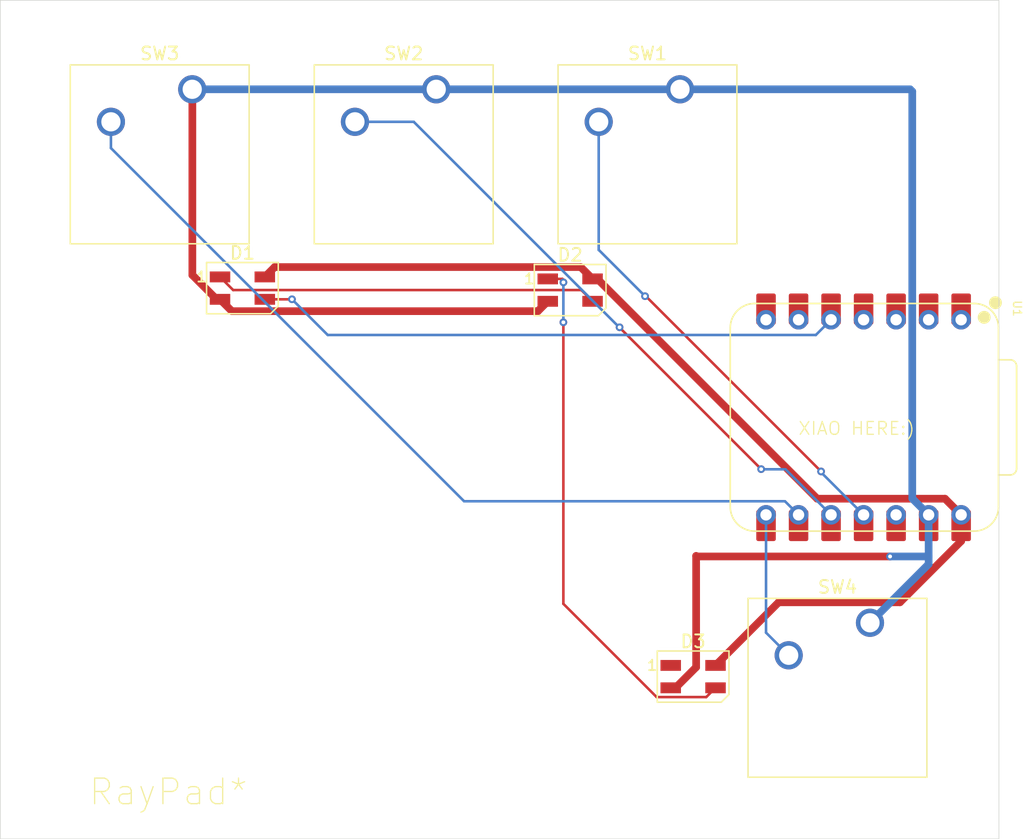
<source format=kicad_pcb>
(kicad_pcb (version 20240108) (generator "pcbnew") (generator_version "8.0")
  (layers (0 "F.Cu" signal) (31 "B.Cu" signal) (34 "B.Paste" user) (35 "F.Paste" user) (36 "B.SilkS" user "B.Silkscreen") (37 "F.SilkS" user "F.Silkscreen") (38 "B.Mask" user) (39 "F.Mask" user) (44 "Edge.Cuts" user))
  (net 0 "")
  (net 1 "Net-(D1-DIN)")
  (net 2 "Net-(D1-DOUT)")
  (net 3 "Net-(U1-GPIO3{slash}MOSI)")
  (net 4 "GND")
  (net 5 "Net-(U1-GPIO4{slash}MISO)")
  (net 6 "Net-(U1-GPIO2{slash}SCK)")
  (net 7 "Net-(U1-GPIO1{slash}RX)")
  (net 9 "+5V")
  (net 16 "Net-(D2-DOUT)")
  (footprint "Button_Switch_Keyboard:SW_Cherry_MX_1.00u_PCB" (layer "F.Cu") (at 212.54 72.5)
    (property "Reference" "SW1" (at -2.54 -2.794 0) (layer "F.SilkS"))
    (property "Value" "SW_Push")
    (fp_line (start -9.525 -1.905) (end 4.445 -1.905) (stroke (width 0.12)) (layer "F.SilkS"))
    (fp_line (start -9.525 12.065) (end -9.525 -1.905) (stroke (width 0.12)) (layer "F.SilkS"))
    (fp_line (start 4.445 -1.905) (end 4.445 12.065) (stroke (width 0.12)) (layer "F.SilkS"))
    (fp_line (start 4.445 12.065) (end -9.525 12.065) (stroke (width 0.12)) (layer "F.SilkS"))
    (pad "" np_thru_hole circle (at -7.62 5.08) (size 1.7 1.7) (drill 1.7) (layers "*.Cu" "*.Mask"))
    (pad "" np_thru_hole circle (at -2.54 5.08) (size 4 4) (drill 4) (layers "*.Cu" "*.Mask"))
    (pad "" np_thru_hole circle (at 2.54 5.08) (size 1.7 1.7) (drill 1.7) (layers "*.Cu" "*.Mask"))
    (pad "1" thru_hole circle (at 0 0) (size 2.2 2.2) (drill 1.5) (layers "*.Cu" "*.Mask") (net 4 "GND"))
    (pad "2" thru_hole circle (at -6.35 2.54) (size 2.2 2.2) (drill 1.5) (layers "*.Cu" "*.Mask") (net 3 "Net-(U1-GPIO3{slash}MOSI)"))
  )
  (footprint "Button_Switch_Keyboard:SW_Cherry_MX_1.00u_PCB" (layer "F.Cu") (at 174.44 72.5)
    (property "Reference" "SW3" (at -2.54 -2.794 0) (layer "F.SilkS"))
    (property "Value" "SW_Push")
    (fp_line (start -9.525 -1.905) (end 4.445 -1.905) (stroke (width 0.12)) (layer "F.SilkS"))
    (fp_line (start -9.525 12.065) (end -9.525 -1.905) (stroke (width 0.12)) (layer "F.SilkS"))
    (fp_line (start 4.445 -1.905) (end 4.445 12.065) (stroke (width 0.12)) (layer "F.SilkS"))
    (fp_line (start 4.445 12.065) (end -9.525 12.065) (stroke (width 0.12)) (layer "F.SilkS"))
    (pad "" np_thru_hole circle (at -7.62 5.08) (size 1.7 1.7) (drill 1.7) (layers "*.Cu" "*.Mask"))
    (pad "" np_thru_hole circle (at -2.54 5.08) (size 4 4) (drill 4) (layers "*.Cu" "*.Mask"))
    (pad "" np_thru_hole circle (at 2.54 5.08) (size 1.7 1.7) (drill 1.7) (layers "*.Cu" "*.Mask"))
    (pad "1" thru_hole circle (at 0 0) (size 2.2 2.2) (drill 1.5) (layers "*.Cu" "*.Mask") (net 4 "GND"))
    (pad "2" thru_hole circle (at -6.35 2.54) (size 2.2 2.2) (drill 1.5) (layers "*.Cu" "*.Mask") (net 6 "Net-(U1-GPIO2{slash}SCK)"))
  )
  (footprint "LED_SMD:LED_SK6812MINI_PLCC4_3.5x3.5mm_P1.75mm" (layer "F.Cu") (at 203.96 88.185)
    (property "Reference" "D2" (at 0 -2.75 0) (layer "F.SilkS"))
    (property "Value" "SK6812MINI")
    (fp_line (start -2.8 -2) (end -2.8 2) (stroke (width 0.12)) (layer "F.SilkS"))
    (fp_line (start -2.8 -2) (end 2.8 -2) (stroke (width 0.12)) (layer "F.SilkS"))
    (fp_line (start -2.8 2) (end 2.2 2) (stroke (width 0.12)) (layer "F.SilkS"))
    (fp_line (start 2.8 1.4) (end 2.2 2) (stroke (width 0.12)) (layer "F.SilkS"))
    (fp_line (start 2.8 1.4) (end 2.8 -2) (stroke (width 0.12)) (layer "F.SilkS"))
    (fp_text user "1" (at -3.2 -0.875 0) (layer "F.SilkS") (effects (font (size 0.8 0.8))))
    (pad "1" smd rect (at -1.75 -0.875) (size 1.6 0.85) (layers "F.Cu" "F.Paste" "F.Mask") (net 16 "Net-(D2-DOUT)"))
    (pad "2" smd rect (at -1.75 0.875) (size 1.6 0.85) (layers "F.Cu" "F.Paste" "F.Mask") (net 4 "GND"))
    (pad "3" smd rect (at 1.75 0.875) (size 1.6 0.85) (layers "F.Cu" "F.Paste" "F.Mask") (net 2 "Net-(D1-DOUT)"))
    (pad "4" smd rect (at 1.75 -0.875) (size 1.6 0.85) (layers "F.Cu" "F.Paste" "F.Mask") (net 9 "+5V"))
  )
  (footprint "LED_SMD:LED_SK6812MINI_PLCC4_3.5x3.5mm_P1.75mm" (layer "F.Cu") (at 213.565 118.375)
    (property "Reference" "D3" (at 0 -2.75 0) (layer "F.SilkS"))
    (property "Value" "SK6812MINI")
    (fp_line (start -2.8 -2) (end -2.8 2) (stroke (width 0.12)) (layer "F.SilkS"))
    (fp_line (start -2.8 -2) (end 2.8 -2) (stroke (width 0.12)) (layer "F.SilkS"))
    (fp_line (start -2.8 2) (end 2.2 2) (stroke (width 0.12)) (layer "F.SilkS"))
    (fp_line (start 2.8 1.4) (end 2.2 2) (stroke (width 0.12)) (layer "F.SilkS"))
    (fp_line (start 2.8 1.4) (end 2.8 -2) (stroke (width 0.12)) (layer "F.SilkS"))
    (fp_text user "1" (at -3.2 -0.875 0) (layer "F.SilkS") (effects (font (size 0.8 0.8))))
    (pad "1" smd rect (at -1.75 -0.875) (size 1.6 0.85) (layers "F.Cu" "F.Paste" "F.Mask"))
    (pad "2" smd rect (at -1.75 0.875) (size 1.6 0.85) (layers "F.Cu" "F.Paste" "F.Mask") (net 4 "GND"))
    (pad "3" smd rect (at 1.75 0.875) (size 1.6 0.85) (layers "F.Cu" "F.Paste" "F.Mask") (net 16 "Net-(D2-DOUT)"))
    (pad "4" smd rect (at 1.75 -0.875) (size 1.6 0.85) (layers "F.Cu" "F.Paste" "F.Mask") (net 9 "+5V"))
  )
  (footprint "Button_Switch_Keyboard:SW_Cherry_MX_1.00u_PCB" (layer "F.Cu") (at 193.5 72.5)
    (property "Reference" "SW2" (at -2.54 -2.794 0) (layer "F.SilkS"))
    (property "Value" "SW_Push")
    (fp_line (start -9.525 -1.905) (end 4.445 -1.905) (stroke (width 0.12)) (layer "F.SilkS"))
    (fp_line (start -9.525 12.065) (end -9.525 -1.905) (stroke (width 0.12)) (layer "F.SilkS"))
    (fp_line (start 4.445 -1.905) (end 4.445 12.065) (stroke (width 0.12)) (layer "F.SilkS"))
    (fp_line (start 4.445 12.065) (end -9.525 12.065) (stroke (width 0.12)) (layer "F.SilkS"))
    (pad "" np_thru_hole circle (at -7.62 5.08) (size 1.7 1.7) (drill 1.7) (layers "*.Cu" "*.Mask"))
    (pad "" np_thru_hole circle (at -2.54 5.08) (size 4 4) (drill 4) (layers "*.Cu" "*.Mask"))
    (pad "" np_thru_hole circle (at 2.54 5.08) (size 1.7 1.7) (drill 1.7) (layers "*.Cu" "*.Mask"))
    (pad "1" thru_hole circle (at 0 0) (size 2.2 2.2) (drill 1.5) (layers "*.Cu" "*.Mask") (net 4 "GND"))
    (pad "2" thru_hole circle (at -6.35 2.54) (size 2.2 2.2) (drill 1.5) (layers "*.Cu" "*.Mask") (net 5 "Net-(U1-GPIO4{slash}MISO)"))
  )
  (footprint "LED_SMD:LED_SK6812MINI_PLCC4_3.5x3.5mm_P1.75mm" (layer "F.Cu") (at 178.36 88.03)
    (property "Reference" "D1" (at 0 -2.75 0) (layer "F.SilkS"))
    (property "Value" "SK6812MINI")
    (fp_line (start -2.8 -2) (end -2.8 2) (stroke (width 0.12)) (layer "F.SilkS"))
    (fp_line (start -2.8 -2) (end 2.8 -2) (stroke (width 0.12)) (layer "F.SilkS"))
    (fp_line (start -2.8 2) (end 2.2 2) (stroke (width 0.12)) (layer "F.SilkS"))
    (fp_line (start 2.8 1.4) (end 2.2 2) (stroke (width 0.12)) (layer "F.SilkS"))
    (fp_line (start 2.8 1.4) (end 2.8 -2) (stroke (width 0.12)) (layer "F.SilkS"))
    (fp_text user "1" (at -3.2 -0.875 0) (layer "F.SilkS") (effects (font (size 0.8 0.8))))
    (pad "1" smd rect (at -1.75 -0.875) (size 1.6 0.85) (layers "F.Cu" "F.Paste" "F.Mask") (net 2 "Net-(D1-DOUT)"))
    (pad "2" smd rect (at -1.75 0.875) (size 1.6 0.85) (layers "F.Cu" "F.Paste" "F.Mask") (net 4 "GND"))
    (pad "3" smd rect (at 1.75 0.875) (size 1.6 0.85) (layers "F.Cu" "F.Paste" "F.Mask") (net 1 "Net-(D1-DIN)"))
    (pad "4" smd rect (at 1.75 -0.875) (size 1.6 0.85) (layers "F.Cu" "F.Paste" "F.Mask") (net 9 "+5V"))
  )
  (footprint "Button_Switch_Keyboard:SW_Cherry_MX_1.00u_PCB" (layer "F.Cu") (at 227.38 114.17)
    (property "Reference" "SW4" (at -2.54 -2.794 0) (layer "F.SilkS"))
    (property "Value" "SW_Push")
    (fp_line (start -9.525 -1.905) (end 4.445 -1.905) (stroke (width 0.12)) (layer "F.SilkS"))
    (fp_line (start -9.525 12.065) (end -9.525 -1.905) (stroke (width 0.12)) (layer "F.SilkS"))
    (fp_line (start 4.445 -1.905) (end 4.445 12.065) (stroke (width 0.12)) (layer "F.SilkS"))
    (fp_line (start 4.445 12.065) (end -9.525 12.065) (stroke (width 0.12)) (layer "F.SilkS"))
    (pad "" np_thru_hole circle (at -7.62 5.08) (size 1.7 1.7) (drill 1.7) (layers "*.Cu" "*.Mask"))
    (pad "" np_thru_hole circle (at -2.54 5.08) (size 4 4) (drill 4) (layers "*.Cu" "*.Mask"))
    (pad "" np_thru_hole circle (at 2.54 5.08) (size 1.7 1.7) (drill 1.7) (layers "*.Cu" "*.Mask"))
    (pad "1" thru_hole circle (at 0 0) (size 2.2 2.2) (drill 1.5) (layers "*.Cu" "*.Mask") (net 4 "GND"))
    (pad "2" thru_hole circle (at -6.35 2.54) (size 2.2 2.2) (drill 1.5) (layers "*.Cu" "*.Mask") (net 7 "Net-(U1-GPIO1{slash}RX)"))
  )
  (footprint "OPL:XIAO-RP2040-DIP" (layer "F.Cu") (at 226.88 98.12 -90)
    (property "Reference" "U1" (at -8.5 -12 -90) (layer "F.SilkS") (effects (font (size 0.635 0.635) (thickness 0.1016))))
    (property "Value" "XIAO-RP2040-DIP")
    (fp_line (start -6.985 10.414) (end 6.985 10.414) (stroke (width 0.127)) (layer "F.SilkS"))
    (fp_line (start -8.89 8.509) (end -8.89 -8.636) (stroke (width 0.127)) (layer "F.SilkS"))
    (fp_line (start 8.89 8.509) (end 8.89 -8.636) (stroke (width 0.127)) (layer "F.SilkS"))
    (fp_line (start -4.495 -10.541) (end -4.491272 -11.451272) (stroke (width 0.127)) (layer "F.SilkS"))
    (fp_line (start 6.985 -10.541) (end -6.985 -10.541) (stroke (width 0.1)) (layer "F.SilkS"))
    (fp_line (start 6.985 -10.541) (end -6.985 -10.541) (stroke (width 0.127)) (layer "F.SilkS"))
    (fp_line (start 4.504 -11.451) (end 4.504 -10.541) (stroke (width 0.127)) (layer "F.SilkS"))
    (fp_line (start -3.991272 -11.951) (end 4.004 -11.951) (stroke (width 0.127)) (layer "F.SilkS"))
    (fp_arc (start -6.985 10.414) (mid -8.332038 9.856038) (end -8.89 8.509) (stroke (width 0.127)) (layer "F.SilkS"))
    (fp_arc (start 8.89 8.509) (mid 8.332038 9.856038) (end 6.985 10.414) (stroke (width 0.127)) (layer "F.SilkS"))
    (fp_arc (start -8.89 -8.636) (mid -8.332038 -9.983038) (end -6.985 -10.541) (stroke (width 0.127)) (layer "F.SilkS"))
    (fp_arc (start 6.985 -10.541) (mid 8.332038 -9.983038) (end 8.89 -8.636) (stroke (width 0.127)) (layer "F.SilkS"))
    (fp_arc (start -4.491272 -11.451272) (mid -4.344724 -11.804644) (end -3.991272 -11.951) (stroke (width 0.127)) (layer "F.SilkS"))
    (fp_arc (start 4.004 -11.951) (mid 4.357553 -11.804553) (end 4.504 -11.451) (stroke (width 0.127)) (layer "F.SilkS"))
    (fp_circle (center -7.807 -9.42) (end -7.807 -9.674) (stroke (width 0.5)) (fill solid) (layer "F.SilkS"))
    (fp_circle (center -8.95 -10.3) (end -8.95 -10.554) (stroke (width 0.5)) (fill solid) (layer "F.SilkS"))
    (pad "1" smd roundrect (at -8.455 -7.62 90) (size 2.432 1.524) (layers "F.Cu" "F.Mask") (roundrect_rratio 0.1))
    (pad "1" thru_hole circle (at -7.62 -7.62 90) (size 1.524 1.524) (drill 0.889) (layers "*.Cu" "*.Mask"))
    (pad "2" smd roundrect (at -8.455 -5.08 90) (size 2.432 1.524) (layers "F.Cu" "F.Mask") (roundrect_rratio 0.1))
    (pad "2" thru_hole circle (at -7.62 -5.08 90) (size 1.524 1.524) (drill 0.889) (layers "*.Cu" "*.Mask"))
    (pad "3" smd roundrect (at -8.455 -2.54 90) (size 2.432 1.524) (layers "F.Cu" "F.Mask") (roundrect_rratio 0.1))
    (pad "3" thru_hole circle (at -7.62 -2.54 90) (size 1.524 1.524) (drill 0.889) (layers "*.Cu" "*.Mask"))
    (pad "4" smd roundrect (at -8.455 0 90) (size 2.432 1.524) (layers "F.Cu" "F.Mask") (roundrect_rratio 0.1))
    (pad "4" thru_hole circle (at -7.62 0 90) (size 1.524 1.524) (drill 0.889) (layers "*.Cu" "*.Mask"))
    (pad "5" smd roundrect (at -8.455 2.54 90) (size 2.432 1.524) (layers "F.Cu" "F.Mask") (roundrect_rratio 0.1) (net 1 "Net-(D1-DIN)"))
    (pad "5" thru_hole circle (at -7.62 2.54 90) (size 1.524 1.524) (drill 0.889) (layers "*.Cu" "*.Mask") (net 1 "Net-(D1-DIN)"))
    (pad "6" smd roundrect (at -8.455 5.08 90) (size 2.432 1.524) (layers "F.Cu" "F.Mask") (roundrect_rratio 0.1))
    (pad "6" thru_hole circle (at -7.62 5.08 90) (size 1.524 1.524) (drill 0.889) (layers "*.Cu" "*.Mask"))
    (pad "7" smd roundrect (at -8.455 7.62 90) (size 2.432 1.524) (layers "F.Cu" "F.Mask") (roundrect_rratio 0.1))
    (pad "7" thru_hole circle (at -7.62 7.62 90) (size 1.524 1.524) (drill 0.889) (layers "*.Cu" "*.Mask"))
    (pad "8" thru_hole circle (at 7.62 7.62 270) (size 1.524 1.524) (drill 0.889) (layers "*.Cu" "*.Mask") (net 7 "Net-(U1-GPIO1{slash}RX)"))
    (pad "8" smd roundrect (at 8.455 7.62 270) (size 2.432 1.524) (layers "F.Cu" "F.Mask") (roundrect_rratio 0.1) (net 7 "Net-(U1-GPIO1{slash}RX)"))
    (pad "9" thru_hole circle (at 7.62 5.08 270) (size 1.524 1.524) (drill 0.889) (layers "*.Cu" "*.Mask") (net 6 "Net-(U1-GPIO2{slash}SCK)"))
    (pad "9" smd roundrect (at 8.455 5.08 270) (size 2.432 1.524) (layers "F.Cu" "F.Mask") (roundrect_rratio 0.1) (net 6 "Net-(U1-GPIO2{slash}SCK)"))
    (pad "10" thru_hole circle (at 7.62 2.54 270) (size 1.524 1.524) (drill 0.889) (layers "*.Cu" "*.Mask") (net 5 "Net-(U1-GPIO4{slash}MISO)"))
    (pad "10" smd roundrect (at 8.455 2.54 270) (size 2.432 1.524) (layers "F.Cu" "F.Mask") (roundrect_rratio 0.1) (net 5 "Net-(U1-GPIO4{slash}MISO)"))
    (pad "11" thru_hole circle (at 7.62 0 270) (size 1.524 1.524) (drill 0.889) (layers "*.Cu" "*.Mask") (net 3 "Net-(U1-GPIO3{slash}MOSI)"))
    (pad "11" smd roundrect (at 8.455 0 270) (size 2.432 1.524) (layers "F.Cu" "F.Mask") (roundrect_rratio 0.1) (net 3 "Net-(U1-GPIO3{slash}MOSI)"))
    (pad "12" thru_hole circle (at 7.62 -2.54 270) (size 1.524 1.524) (drill 0.889) (layers "*.Cu" "*.Mask"))
    (pad "12" smd roundrect (at 8.455 -2.54 270) (size 2.432 1.524) (layers "F.Cu" "F.Mask") (roundrect_rratio 0.1))
    (pad "13" thru_hole circle (at 7.62 -5.08 270) (size 1.524 1.524) (drill 0.889) (layers "*.Cu" "*.Mask") (net 4 "GND"))
    (pad "13" smd roundrect (at 8.455 -5.08 270) (size 2.432 1.524) (layers "F.Cu" "F.Mask") (roundrect_rratio 0.1) (net 4 "GND"))
    (pad "14" thru_hole circle (at 7.62 -7.62 270) (size 1.524 1.524) (drill 0.889) (layers "*.Cu" "*.Mask") (net 9 "+5V"))
    (pad "14" smd roundrect (at 8.455 -7.62 270) (size 2.432 1.524) (layers "F.Cu" "F.Mask") (roundrect_rratio 0.1) (net 9 "+5V"))
  )
  (gr_rect (start 159.45 65.55) (end 237.45 131.05) (stroke (width 0.05)) (fill none) (layer "Edge.Cuts"))
  (gr_text "XIAO HERE:)" (at 221.725 99.575 0) (layer "F.SilkS") (effects (font (size 1 1) (thickness 0.1)) (justify left bottom)))
  (gr_text "RayPad*" (at 166.275 128.55 0) (layer "F.SilkS") (effects (font (size 2 2) (thickness 0.1)) (justify left bottom)))
  (segment (start 191.825 77.475) (end 191.15 77.475) (width 0.2) (layer "F.Cu") (net 0))
  (segment (start 190.85 78.075) (end 191.225 78.075) (width 0.2) (layer "F.Cu") (net 0))
  (segment (start 192.025 77.275) (end 191.825 77.475) (width 0.2) (layer "F.Cu") (net 0))
  (segment (start 191.225 78.075) (end 192.025 77.275) (width 0.2) (layer "F.Cu") (net 0))
  (segment (start 180.11 88.905) (end 182.225 88.905) (width 0.2) (layer "F.Cu") (net 1))
  (segment (start 182.225 88.905) (end 182.23 88.9) (width 0.2) (layer "F.Cu") (net 1))
  (via (at 182.23 88.9) (size 0.6) (drill 0.3) (layers "F.Cu" "B.Cu") (net 1))
  (segment (start 185.02 91.69) (end 223.15 91.69) (width 0.2) (layer "B.Cu") (net 1))
  (segment (start 182.23 88.9) (end 185.02 91.69) (width 0.2) (layer "B.Cu") (net 1))
  (segment (start 223.15 91.69) (end 224.34 90.5) (width 0.2) (layer "B.Cu") (net 1))
  (segment (start 177.635 88.18) (end 176.61 87.155) (width 0.2) (layer "F.Cu") (net 2))
  (segment (start 205.71 89.06) (end 204.83 88.18) (width 0.2) (layer "F.Cu") (net 2))
  (segment (start 204.83 88.18) (end 177.635 88.18) (width 0.2) (layer "F.Cu") (net 2))
  (segment (start 209.87 88.66) (end 209.81 88.66) (width 0.2) (layer "F.Cu") (net 3))
  (segment (start 223.56 102.35) (end 209.87 88.66) (width 0.2) (layer "F.Cu") (net 3))
  (via (at 209.81 88.66) (size 0.6) (drill 0.3) (layers "F.Cu" "B.Cu") (net 3))
  (via (at 223.56 102.35) (size 0.6) (drill 0.3) (layers "F.Cu" "B.Cu") (net 3))
  (segment (start 206.19 75.04) (end 206.19 85.05) (width 0.2) (layer "B.Cu") (net 3))
  (segment (start 209.81 88.66) (end 206.2 85.05) (width 0.2) (layer "B.Cu") (net 3))
  (segment (start 223.56 102.42) (end 223.56 102.35) (width 0.2) (layer "B.Cu") (net 3))
  (segment (start 226.88 105.74) (end 223.56 102.42) (width 0.2) (layer "B.Cu") (net 3))
  (segment (start 206.2 85.05) (end 206.19 85.05) (width 0.2) (layer "B.Cu") (net 3))
  (segment (start 174.44 72.5) (end 174.45 72.51) (width 0.6) (layer "F.Cu") (net 4))
  (segment (start 177.535 89.83) (end 176.61 88.905) (width 0.6) (layer "F.Cu") (net 4))
  (segment (start 174.45 72.51) (end 174.45 87.01) (width 0.6) (layer "F.Cu") (net 4))
  (segment (start 213.84 108.99) (end 228.95 108.99) (width 0.6) (layer "F.Cu") (net 4))
  (segment (start 212.19 119.25) (end 211.815 119.25) (width 0.6) (layer "F.Cu") (net 4))
  (segment (start 202.21 89.06) (end 201.44 89.83) (width 0.6) (layer "F.Cu") (net 4))
  (segment (start 174.45 87.01) (end 176.345 88.905) (width 0.6) (layer "F.Cu") (net 4))
  (segment (start 201.44 89.83) (end 177.535 89.83) (width 0.6) (layer "F.Cu") (net 4))
  (segment (start 213.8 108.95) (end 213.84 108.99) (width 0.6) (layer "F.Cu") (net 4))
  (segment (start 176.345 88.905) (end 176.61 88.905) (width 0.6) (layer "F.Cu") (net 4))
  (segment (start 213.8 117.64) (end 213.8 108.95) (width 0.6) (layer "F.Cu") (net 4))
  (segment (start 212.19 119.25) (end 213.8 117.64) (width 0.6) (layer "F.Cu") (net 4))
  (via (at 228.95 108.99) (size 0.6) (drill 0.3) (layers "F.Cu" "B.Cu") (net 4))
  (segment (start 193.5 72.5) (end 192.433755 72.5) (width 0.6) (layer "B.Cu") (net 4))
  (segment (start 193.5 72.5) (end 212.54 72.5) (width 0.6) (layer "B.Cu") (net 4))
  (segment (start 230.682 104.462) (end 231.96 105.74) (width 0.6) (layer "B.Cu") (net 4))
  (segment (start 231.96 108.97) (end 231.96 109.59) (width 0.6) (layer "B.Cu") (net 4))
  (segment (start 231.96 109.59) (end 227.38 114.17) (width 0.6) (layer "B.Cu") (net 4))
  (segment (start 228.95 108.99) (end 231.94 108.99) (width 0.6) (layer "B.Cu") (net 4))
  (segment (start 230.682 72.672) (end 230.682 104.462) (width 0.6) (layer "B.Cu") (net 4))
  (segment (start 230.51 72.5) (end 230.682 72.672) (width 0.6) (layer "B.Cu") (net 4))
  (segment (start 231.96 105.74) (end 231.96 108.97) (width 0.6) (layer "B.Cu") (net 4))
  (segment (start 174.44 72.5) (end 193.5 72.5) (width 0.6) (layer "B.Cu") (net 4))
  (segment (start 212.54 72.5) (end 230.51 72.5) (width 0.6) (layer "B.Cu") (net 4))
  (segment (start 231.94 108.99) (end 231.96 108.97) (width 0.6) (layer "B.Cu") (net 4))
  (segment (start 207.82 91.11) (end 218.88 102.17) (width 0.2) (layer "F.Cu") (net 5))
  (segment (start 207.82 91.09) (end 207.82 91.11) (width 0.2) (layer "F.Cu") (net 5))
  (via (at 218.88 102.17) (size 0.6) (drill 0.3) (layers "F.Cu" "B.Cu") (net 5))
  (via (at 207.82 91.09) (size 0.6) (drill 0.3) (layers "F.Cu" "B.Cu") (net 5))
  (segment (start 218.883402 102.173402) (end 218.88 102.17) (width 0.2) (layer "B.Cu") (net 5))
  (segment (start 218.883402 102.18) (end 218.883402 102.173402) (width 0.2) (layer "B.Cu") (net 5))
  (segment (start 220.78 102.18) (end 224.34 105.74) (width 0.2) (layer "B.Cu") (net 5))
  (segment (start 207.793402 91.09) (end 191.743402 75.04) (width 0.2) (layer "B.Cu") (net 5))
  (segment (start 191.743402 75.04) (end 187.15 75.04) (width 0.2) (layer "B.Cu") (net 5))
  (segment (start 207.82 91.09) (end 207.793402 91.09) (width 0.2) (layer "B.Cu") (net 5))
  (segment (start 218.883402 102.18) (end 220.78 102.18) (width 0.2) (layer "B.Cu") (net 5))
  (segment (start 195.674598 104.678) (end 220.738 104.678) (width 0.2) (layer "B.Cu") (net 6))
  (segment (start 168.09 77.093402) (end 195.674598 104.678) (width 0.2) (layer "B.Cu") (net 6))
  (segment (start 220.738 104.678) (end 221.8 105.74) (width 0.2) (layer "B.Cu") (net 6))
  (segment (start 168.09 75.04) (end 168.09 77.093402) (width 0.2) (layer "B.Cu") (net 6))
  (segment (start 219.26 114.94) (end 221.03 116.71) (width 0.2) (layer "B.Cu") (net 7))
  (segment (start 219.26 105.74) (end 219.26 114.94) (width 0.2) (layer "B.Cu") (net 7))
  (segment (start 206.085 87.31) (end 223.253 104.478) (width 0.6) (layer "F.Cu") (net 9))
  (segment (start 180.11 87.155) (end 180.88 86.385) (width 0.6) (layer "F.Cu") (net 9))
  (segment (start 234.5 107.791) (end 234.5 106.575) (width 0.6) (layer "F.Cu") (net 9))
  (segment (start 220.245 112.57) (end 229.721 112.57) (width 0.6) (layer "F.Cu") (net 9))
  (segment (start 205.71 87.31) (end 206.085 87.31) (width 0.6) (layer "F.Cu") (net 9))
  (segment (start 215.315 117.5) (end 220.245 112.57) (width 0.6) (layer "F.Cu") (net 9))
  (segment (start 229.721 112.57) (end 234.5 107.791) (width 0.6) (layer "F.Cu") (net 9))
  (segment (start 223.253 104.478) (end 233.238 104.478) (width 0.6) (layer "F.Cu") (net 9))
  (segment (start 204.785 86.385) (end 205.71 87.31) (width 0.6) (layer "F.Cu") (net 9))
  (segment (start 180.88 86.385) (end 204.785 86.385) (width 0.6) (layer "F.Cu") (net 9))
  (segment (start 233.238 104.478) (end 234.5 105.74) (width 0.6) (layer "F.Cu") (net 9))
  (segment (start 203.43 112.69) (end 210.715 119.975) (width 0.2) (layer "F.Cu") (net 16))
  (segment (start 203.46 87.41) (end 203.46 87.554875) (width 0.2) (layer "F.Cu") (net 16))
  (segment (start 203.36 87.31) (end 203.46 87.41) (width 0.2) (layer "F.Cu") (net 16))
  (segment (start 214.59 119.975) (end 215.315 119.25) (width 0.2) (layer "F.Cu") (net 16))
  (segment (start 210.715 119.975) (end 214.59 119.975) (width 0.2) (layer "F.Cu") (net 16))
  (segment (start 202.21 87.31) (end 203.36 87.31) (width 0.2) (layer "F.Cu") (net 16))
  (segment (start 203.46 87.554875) (end 203.434875 87.58) (width 0.2) (layer "F.Cu") (net 16))
  (segment (start 203.43 90.7) (end 203.43 112.69) (width 0.2) (layer "F.Cu") (net 16))
  (via (at 203.434875 87.58) (size 0.6) (drill 0.3) (layers "F.Cu" "B.Cu") (net 16))
  (via (at 203.43 90.7) (size 0.6) (drill 0.3) (layers "F.Cu" "B.Cu") (net 16))
  (segment (start 203.434875 87.58) (end 203.43 87.584875) (width 0.2) (layer "B.Cu") (net 16))
  (segment (start 203.43 87.584875) (end 203.43 90.7) (width 0.2) (layer "B.Cu") (net 16))
)
</source>
